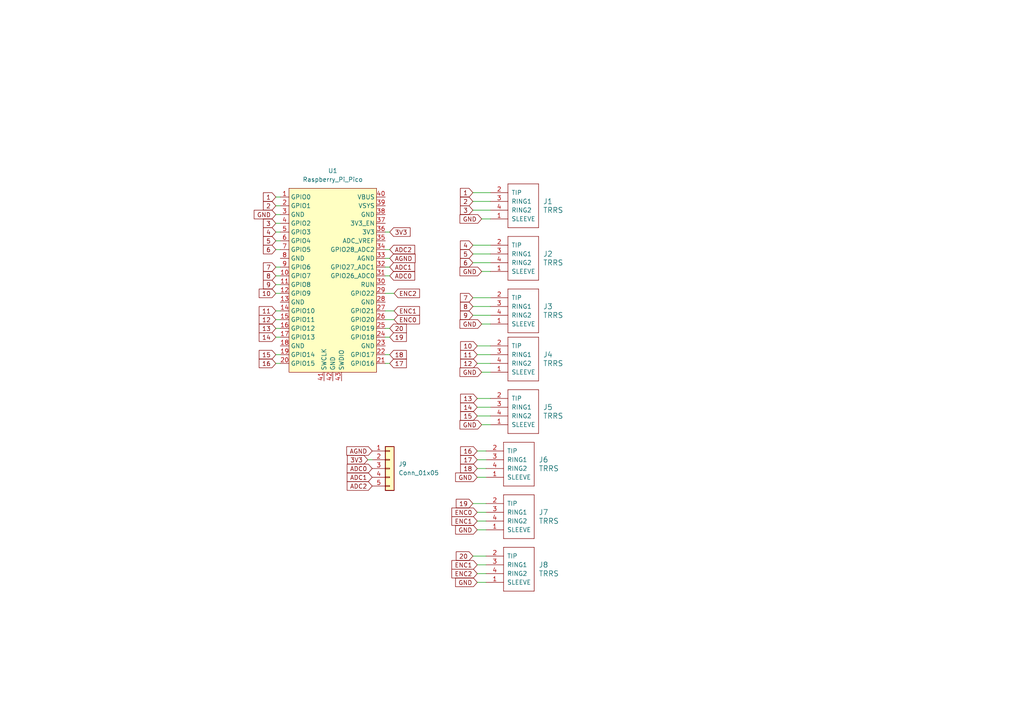
<source format=kicad_sch>
(kicad_sch (version 20231120) (generator "eeschema") (generator_version "8.0")
  (paper "A4")
  (lib_symbols
    (symbol "Connector_Generic:Conn_01x05" (pin_names (offset 1.016) hide)
      (property "Reference" "J" (at 0 7.62 0))
      (property "Value" "Conn_01x05" (at 0 -7.62 0))
      (symbol "Conn_01x05_1_1"
        (rectangle (start -1.27 -4.953) (end 0 -5.207) (stroke (width 0.1524)))
        (rectangle (start -1.27 -2.413) (end 0 -2.667) (stroke (width 0.1524)))
        (rectangle (start -1.27 0.127) (end 0 -0.127) (stroke (width 0.1524)))
        (rectangle (start -1.27 2.667) (end 0 2.413) (stroke (width 0.1524)))
        (rectangle (start -1.27 5.207) (end 0 4.953) (stroke (width 0.1524)))
        (rectangle (start -1.27 6.35) (end 1.27 -6.35) (stroke (width 0.254)) (fill (type background)))
        (pin passive line (at -5.08 5.08 0) (length 3.81) (name "Pin_1") (number "1"))
        (pin passive line (at -5.08 2.54 0) (length 3.81) (name "Pin_2") (number "2"))
        (pin passive line (at -5.08 0 0) (length 3.81) (name "Pin_3") (number "3"))
        (pin passive line (at -5.08 -2.54 0) (length 3.81) (name "Pin_4") (number "4"))
        (pin passive line (at -5.08 -5.08 0) (length 3.81) (name "Pin_5") (number "5"))
      )
    )
    (symbol "ScottoKeebs:MCU_Raspberry_Pi_Pico"
      (property "Reference" "U" (at 0 0 0))
      (property "Value" "Raspberry_Pi_Pico" (at 0 27.94 0))
      (symbol "MCU_Raspberry_Pi_Pico_0_1"
        (rectangle (start -12.7 26.67) (end 12.7 -26.67) (fill (type background)))
      )
      (symbol "MCU_Raspberry_Pi_Pico_1_1"
        (pin bidirectional line (at -15.24 24.13 0) (length 2.54) (name "GPIO0") (number "1"))
        (pin bidirectional line (at -15.24 1.27 0) (length 2.54) (name "GPIO7") (number "10"))
        (pin bidirectional line (at -15.24 -1.27 0) (length 2.54) (name "GPIO8") (number "11"))
        (pin bidirectional line (at -15.24 -3.81 0) (length 2.54) (name "GPIO9") (number "12"))
        (pin power_in line (at -15.24 -6.35 0) (length 2.54) (name "GND") (number "13"))
        (pin bidirectional line (at -15.24 -8.89 0) (length 2.54) (name "GPIO10") (number "14"))
        (pin bidirectional line (at -15.24 -11.43 0) (length 2.54) (name "GPIO11") (number "15"))
        (pin bidirectional line (at -15.24 -13.97 0) (length 2.54) (name "GPIO12") (number "16"))
        (pin bidirectional line (at -15.24 -16.51 0) (length 2.54) (name "GPIO13") (number "17"))
        (pin power_in line (at -15.24 -19.05 0) (length 2.54) (name "GND") (number "18"))
        (pin bidirectional line (at -15.24 -21.59 0) (length 2.54) (name "GPIO14") (number "19"))
        (pin bidirectional line (at -15.24 21.59 0) (length 2.54) (name "GPIO1") (number "2"))
        (pin bidirectional line (at -15.24 -24.13 0) (length 2.54) (name "GPIO15") (number "20"))
        (pin bidirectional line (at 15.24 -24.13 180) (length 2.54) (name "GPIO16") (number "21"))
        (pin bidirectional line (at 15.24 -21.59 180) (length 2.54) (name "GPIO17") (number "22"))
        (pin power_in line (at 15.24 -19.05 180) (length 2.54) (name "GND") (number "23"))
        (pin bidirectional line (at 15.24 -16.51 180) (length 2.54) (name "GPIO18") (number "24"))
        (pin bidirectional line (at 15.24 -13.97 180) (length 2.54) (name "GPIO19") (number "25"))
        (pin bidirectional line (at 15.24 -11.43 180) (length 2.54) (name "GPIO20") (number "26"))
        (pin bidirectional line (at 15.24 -8.89 180) (length 2.54) (name "GPIO21") (number "27"))
        (pin power_in line (at 15.24 -6.35 180) (length 2.54) (name "GND") (number "28"))
        (pin bidirectional line (at 15.24 -3.81 180) (length 2.54) (name "GPIO22") (number "29"))
        (pin power_in line (at -15.24 19.05 0) (length 2.54) (name "GND") (number "3"))
        (pin input line (at 15.24 -1.27 180) (length 2.54) (name "RUN") (number "30"))
        (pin bidirectional line (at 15.24 1.27 180) (length 2.54) (name "GPIO26_ADC0") (number "31"))
        (pin bidirectional line (at 15.24 3.81 180) (length 2.54) (name "GPIO27_ADC1") (number "32"))
        (pin power_in line (at 15.24 6.35 180) (length 2.54) (name "AGND") (number "33"))
        (pin bidirectional line (at 15.24 8.89 180) (length 2.54) (name "GPIO28_ADC2") (number "34"))
        (pin power_in line (at 15.24 11.43 180) (length 2.54) (name "ADC_VREF") (number "35"))
        (pin power_in line (at 15.24 13.97 180) (length 2.54) (name "3V3") (number "36"))
        (pin input line (at 15.24 16.51 180) (length 2.54) (name "3V3_EN") (number "37"))
        (pin bidirectional line (at 15.24 19.05 180) (length 2.54) (name "GND") (number "38"))
        (pin power_in line (at 15.24 21.59 180) (length 2.54) (name "VSYS") (number "39"))
        (pin bidirectional line (at -15.24 16.51 0) (length 2.54) (name "GPIO2") (number "4"))
        (pin power_in line (at 15.24 24.13 180) (length 2.54) (name "VBUS") (number "40"))
        (pin input line (at -2.54 -29.21 90) (length 2.54) (name "SWCLK") (number "41"))
        (pin power_in line (at 0 -29.21 90) (length 2.54) (name "GND") (number "42"))
        (pin bidirectional line (at 2.54 -29.21 90) (length 2.54) (name "SWDIO") (number "43"))
        (pin bidirectional line (at -15.24 13.97 0) (length 2.54) (name "GPIO3") (number "5"))
        (pin bidirectional line (at -15.24 11.43 0) (length 2.54) (name "GPIO4") (number "6"))
        (pin bidirectional line (at -15.24 8.89 0) (length 2.54) (name "GPIO5") (number "7"))
        (pin power_in line (at -15.24 6.35 0) (length 2.54) (name "GND") (number "8"))
        (pin bidirectional line (at -15.24 3.81 0) (length 2.54) (name "GPIO6") (number "9"))
      )
    )
    (symbol "ScottoKeebs:Placeholder_TRRS" (pin_names (offset 1.016))
      (property "Reference" "U" (at 0 15.24 0))
      (property "Value" "TRRS" (at 0 -2.54 0))
      (symbol "Placeholder_TRRS_0_1"
        (rectangle (start -3.81 0) (end -3.81 12.7))
        (rectangle (start -3.81 0) (end 5.08 0))
        (rectangle (start -3.81 12.7) (end 5.08 12.7))
        (rectangle (start 5.08 12.7) (end 5.08 0))
      )
      (symbol "Placeholder_TRRS_1_1"
        (pin input line (at -8.89 2.54 0) (length 5.08) (name "SLEEVE") (number "1"))
        (pin input line (at -8.89 10.16 0) (length 5.08) (name "TIP") (number "2"))
        (pin input line (at -8.89 7.62 0) (length 5.08) (name "RING1") (number "3"))
        (pin input line (at -8.89 5.08 0) (length 5.08) (name "RING2") (number "4"))
      )
    )
  )
  (wire (pts (xy 114.3 90.17) (xy 111.76 90.17)))
  (wire (pts (xy 138.43 102.87) (xy 142.24 102.87)))
  (wire (pts (xy 137.16 91.44) (xy 142.24 91.44)))
  (wire (pts (xy 138.43 168.91) (xy 140.97 168.91)))
  (wire (pts (xy 139.7 78.74) (xy 142.24 78.74)))
  (wire (pts (xy 137.16 58.42) (xy 142.24 58.42)))
  (wire (pts (xy 113.03 77.47) (xy 111.76 77.47)))
  (wire (pts (xy 113.03 105.41) (xy 111.76 105.41)))
  (wire (pts (xy 113.03 97.79) (xy 111.76 97.79)))
  (wire (pts (xy 137.16 161.29) (xy 140.97 161.29)))
  (wire (pts (xy 106.68 133.35) (xy 107.95 133.35)))
  (wire (pts (xy 138.43 105.41) (xy 142.24 105.41)))
  (wire (pts (xy 80.01 57.15) (xy 81.28 57.15)))
  (wire (pts (xy 113.03 95.25) (xy 111.76 95.25)))
  (wire (pts (xy 137.16 76.2) (xy 142.24 76.2)))
  (wire (pts (xy 80.01 62.23) (xy 81.28 62.23)))
  (wire (pts (xy 138.43 163.83) (xy 140.97 163.83)))
  (wire (pts (xy 80.01 67.31) (xy 81.28 67.31)))
  (wire (pts (xy 80.01 95.25) (xy 81.28 95.25)))
  (wire (pts (xy 137.16 88.9) (xy 142.24 88.9)))
  (wire (pts (xy 137.16 71.12) (xy 142.24 71.12)))
  (wire (pts (xy 80.01 105.41) (xy 81.28 105.41)))
  (wire (pts (xy 138.43 133.35) (xy 140.97 133.35)))
  (wire (pts (xy 138.43 166.37) (xy 140.97 166.37)))
  (wire (pts (xy 113.03 72.39) (xy 111.76 72.39)))
  (wire (pts (xy 80.01 82.55) (xy 81.28 82.55)))
  (wire (pts (xy 138.43 115.57) (xy 142.24 115.57)))
  (wire (pts (xy 138.43 153.67) (xy 140.97 153.67)))
  (wire (pts (xy 138.43 118.11) (xy 142.24 118.11)))
  (wire (pts (xy 80.01 92.71) (xy 81.28 92.71)))
  (wire (pts (xy 138.43 100.33) (xy 142.24 100.33)))
  (wire (pts (xy 113.03 67.31) (xy 111.76 67.31)))
  (wire (pts (xy 114.3 92.71) (xy 111.76 92.71)))
  (wire (pts (xy 113.03 80.01) (xy 111.76 80.01)))
  (wire (pts (xy 138.43 148.59) (xy 140.97 148.59)))
  (wire (pts (xy 80.01 90.17) (xy 81.28 90.17)))
  (wire (pts (xy 138.43 130.81) (xy 140.97 130.81)))
  (wire (pts (xy 80.01 72.39) (xy 81.28 72.39)))
  (wire (pts (xy 137.16 86.36) (xy 142.24 86.36)))
  (wire (pts (xy 80.01 97.79) (xy 81.28 97.79)))
  (wire (pts (xy 139.7 107.95) (xy 142.24 107.95)))
  (wire (pts (xy 138.43 120.65) (xy 142.24 120.65)))
  (wire (pts (xy 138.43 151.13) (xy 140.97 151.13)))
  (wire (pts (xy 113.03 74.93) (xy 111.76 74.93)))
  (wire (pts (xy 80.01 102.87) (xy 81.28 102.87)))
  (wire (pts (xy 138.43 138.43) (xy 140.97 138.43)))
  (wire (pts (xy 137.16 73.66) (xy 142.24 73.66)))
  (wire (pts (xy 80.01 77.47) (xy 81.28 77.47)))
  (wire (pts (xy 138.43 135.89) (xy 140.97 135.89)))
  (wire (pts (xy 137.16 60.96) (xy 142.24 60.96)))
  (wire (pts (xy 80.01 69.85) (xy 81.28 69.85)))
  (wire (pts (xy 114.3 85.09) (xy 111.76 85.09)))
  (wire (pts (xy 137.16 146.05) (xy 140.97 146.05)))
  (wire (pts (xy 139.7 123.19) (xy 142.24 123.19)))
  (wire (pts (xy 139.7 63.5) (xy 142.24 63.5)))
  (wire (pts (xy 137.16 55.88) (xy 142.24 55.88)))
  (wire (pts (xy 80.01 80.01) (xy 81.28 80.01)))
  (wire (pts (xy 80.01 85.09) (xy 81.28 85.09)))
  (wire (pts (xy 113.03 102.87) (xy 111.76 102.87)))
  (wire (pts (xy 139.7 93.98) (xy 142.24 93.98)))
  (wire (pts (xy 80.01 64.77) (xy 81.28 64.77)))
  (wire (pts (xy 80.01 59.69) (xy 81.28 59.69)))
  (global_label "ENC1" (shape input) (at 114.3 90.17 0) (property "Intersheetrefs" "${INTERSHEET_REFS}" (effects (hide yes))))
  (global_label "4" (shape input) (at 80.01 67.31 180) (property "Intersheetrefs" "${INTERSHEET_REFS}" (effects (hide yes))))
  (global_label "15" (shape input) (at 138.43 120.65 180) (property "Intersheetrefs" "${INTERSHEET_REFS}" (effects (hide yes))))
  (global_label "AGND" (shape input) (at 107.95 130.81 180) (property "Intersheetrefs" "${INTERSHEET_REFS}" (effects (hide yes))))
  (global_label "19" (shape input) (at 113.03 97.79 0) (property "Intersheetrefs" "${INTERSHEET_REFS}" (effects (hide yes))))
  (global_label "ENC2" (shape input) (at 114.3 85.09 0) (property "Intersheetrefs" "${INTERSHEET_REFS}" (effects (hide yes))))
  (global_label "ADC1" (shape input) (at 107.95 138.43 180) (property "Intersheetrefs" "${INTERSHEET_REFS}" (effects (hide yes))))
  (global_label "19" (shape input) (at 137.16 146.05 180) (property "Intersheetrefs" "${INTERSHEET_REFS}" (effects (hide yes))))
  (global_label "6" (shape input) (at 137.16 76.2 180) (property "Intersheetrefs" "${INTERSHEET_REFS}" (effects (hide yes))))
  (global_label "3" (shape input) (at 80.01 64.77 180) (property "Intersheetrefs" "${INTERSHEET_REFS}" (effects (hide yes))))
  (global_label "GND" (shape input) (at 138.43 153.67 180) (property "Intersheetrefs" "${INTERSHEET_REFS}" (effects (hide yes))))
  (global_label "18" (shape input) (at 138.43 135.89 180) (property "Intersheetrefs" "${INTERSHEET_REFS}" (effects (hide yes))))
  (global_label "7" (shape input) (at 80.01 77.47 180) (property "Intersheetrefs" "${INTERSHEET_REFS}" (effects (hide yes))))
  (global_label "2" (shape input) (at 80.01 59.69 180) (property "Intersheetrefs" "${INTERSHEET_REFS}" (effects (hide yes))))
  (global_label "GND" (shape input) (at 139.7 123.19 180) (property "Intersheetrefs" "${INTERSHEET_REFS}" (effects (hide yes))))
  (global_label "10" (shape input) (at 80.01 85.09 180) (property "Intersheetrefs" "${INTERSHEET_REFS}" (effects (hide yes))))
  (global_label "11" (shape input) (at 80.01 90.17 180) (property "Intersheetrefs" "${INTERSHEET_REFS}" (effects (hide yes))))
  (global_label "9" (shape input) (at 137.16 91.44 180) (property "Intersheetrefs" "${INTERSHEET_REFS}" (effects (hide yes))))
  (global_label "GND" (shape input) (at 138.43 168.91 180) (property "Intersheetrefs" "${INTERSHEET_REFS}" (effects (hide yes))))
  (global_label "AGND" (shape input) (at 113.03 74.93 0) (property "Intersheetrefs" "${INTERSHEET_REFS}" (effects (hide yes))))
  (global_label "15" (shape input) (at 80.01 102.87 180) (property "Intersheetrefs" "${INTERSHEET_REFS}" (effects (hide yes))))
  (global_label "GND" (shape input) (at 138.43 138.43 180) (property "Intersheetrefs" "${INTERSHEET_REFS}" (effects (hide yes))))
  (global_label "5" (shape input) (at 137.16 73.66 180) (property "Intersheetrefs" "${INTERSHEET_REFS}" (effects (hide yes))))
  (global_label "5" (shape input) (at 80.01 69.85 180) (property "Intersheetrefs" "${INTERSHEET_REFS}" (effects (hide yes))))
  (global_label "ADC2" (shape input) (at 107.95 140.97 180) (property "Intersheetrefs" "${INTERSHEET_REFS}" (effects (hide yes))))
  (global_label "ENC0" (shape input) (at 114.3 92.71 0) (property "Intersheetrefs" "${INTERSHEET_REFS}" (effects (hide yes))))
  (global_label "20" (shape input) (at 137.16 161.29 180) (property "Intersheetrefs" "${INTERSHEET_REFS}" (effects (hide yes))))
  (global_label "9" (shape input) (at 80.01 82.55 180) (property "Intersheetrefs" "${INTERSHEET_REFS}" (effects (hide yes))))
  (global_label "13" (shape input) (at 138.43 115.57 180) (property "Intersheetrefs" "${INTERSHEET_REFS}" (effects (hide yes))))
  (global_label "12" (shape input) (at 138.43 105.41 180) (property "Intersheetrefs" "${INTERSHEET_REFS}" (effects (hide yes))))
  (global_label "GND" (shape input) (at 139.7 107.95 180) (property "Intersheetrefs" "${INTERSHEET_REFS}" (effects (hide yes))))
  (global_label "7" (shape input) (at 137.16 86.36 180) (property "Intersheetrefs" "${INTERSHEET_REFS}" (effects (hide yes))))
  (global_label "ENC1" (shape input) (at 138.43 163.83 180) (property "Intersheetrefs" "${INTERSHEET_REFS}" (effects (hide yes))))
  (global_label "2" (shape input) (at 137.16 58.42 180) (property "Intersheetrefs" "${INTERSHEET_REFS}" (effects (hide yes))))
  (global_label "8" (shape input) (at 137.16 88.9 180) (property "Intersheetrefs" "${INTERSHEET_REFS}" (effects (hide yes))))
  (global_label "6" (shape input) (at 80.01 72.39 180) (property "Intersheetrefs" "${INTERSHEET_REFS}" (effects (hide yes))))
  (global_label "ADC0" (shape input) (at 107.95 135.89 180) (property "Intersheetrefs" "${INTERSHEET_REFS}" (effects (hide yes))))
  (global_label "ADC1" (shape input) (at 113.03 77.47 0) (property "Intersheetrefs" "${INTERSHEET_REFS}" (effects (hide yes))))
  (global_label "16" (shape input) (at 80.01 105.41 180) (property "Intersheetrefs" "${INTERSHEET_REFS}" (effects (hide yes))))
  (global_label "ENC2" (shape input) (at 138.43 166.37 180) (property "Intersheetrefs" "${INTERSHEET_REFS}" (effects (hide yes))))
  (global_label "1" (shape input) (at 137.16 55.88 180) (property "Intersheetrefs" "${INTERSHEET_REFS}" (effects (hide yes))))
  (global_label "11" (shape input) (at 138.43 102.87 180) (property "Intersheetrefs" "${INTERSHEET_REFS}" (effects (hide yes))))
  (global_label "GND" (shape input) (at 139.7 78.74 180) (property "Intersheetrefs" "${INTERSHEET_REFS}" (effects (hide yes))))
  (global_label "GND" (shape input) (at 80.01 62.23 180) (property "Intersheetrefs" "${INTERSHEET_REFS}" (effects (hide yes))))
  (global_label "4" (shape input) (at 137.16 71.12 180) (property "Intersheetrefs" "${INTERSHEET_REFS}" (effects (hide yes))))
  (global_label "3V3" (shape input) (at 106.68 133.35 180) (property "Intersheetrefs" "${INTERSHEET_REFS}" (effects (hide yes))))
  (global_label "1" (shape input) (at 80.01 57.15 180) (property "Intersheetrefs" "${INTERSHEET_REFS}" (effects (hide yes))))
  (global_label "12" (shape input) (at 80.01 92.71 180) (property "Intersheetrefs" "${INTERSHEET_REFS}" (effects (hide yes))))
  (global_label "14" (shape input) (at 80.01 97.79 180) (property "Intersheetrefs" "${INTERSHEET_REFS}" (effects (hide yes))))
  (global_label "GND" (shape input) (at 139.7 63.5 180) (property "Intersheetrefs" "${INTERSHEET_REFS}" (effects (hide yes))))
  (global_label "ENC1" (shape input) (at 138.43 151.13 180) (property "Intersheetrefs" "${INTERSHEET_REFS}" (effects (hide yes))))
  (global_label "16" (shape input) (at 138.43 130.81 180) (property "Intersheetrefs" "${INTERSHEET_REFS}" (effects (hide yes))))
  (global_label "18" (shape input) (at 113.03 102.87 0) (property "Intersheetrefs" "${INTERSHEET_REFS}" (effects (hide yes))))
  (global_label "ADC0" (shape input) (at 113.03 80.01 0) (property "Intersheetrefs" "${INTERSHEET_REFS}" (effects (hide yes))))
  (global_label "17" (shape input) (at 138.43 133.35 180) (property "Intersheetrefs" "${INTERSHEET_REFS}" (effects (hide yes))))
  (global_label "3V3" (shape input) (at 113.03 67.31 0) (property "Intersheetrefs" "${INTERSHEET_REFS}" (effects (hide yes))))
  (global_label "10" (shape input) (at 138.43 100.33 180) (property "Intersheetrefs" "${INTERSHEET_REFS}" (effects (hide yes))))
  (global_label "17" (shape input) (at 113.03 105.41 0) (property "Intersheetrefs" "${INTERSHEET_REFS}" (effects (hide yes))))
  (global_label "14" (shape input) (at 138.43 118.11 180) (property "Intersheetrefs" "${INTERSHEET_REFS}" (effects (hide yes))))
  (global_label "3" (shape input) (at 137.16 60.96 180) (property "Intersheetrefs" "${INTERSHEET_REFS}" (effects (hide yes))))
  (global_label "ADC2" (shape input) (at 113.03 72.39 0) (property "Intersheetrefs" "${INTERSHEET_REFS}" (effects (hide yes))))
  (global_label "8" (shape input) (at 80.01 80.01 180) (property "Intersheetrefs" "${INTERSHEET_REFS}" (effects (hide yes))))
  (global_label "ENC0" (shape input) (at 138.43 148.59 180) (property "Intersheetrefs" "${INTERSHEET_REFS}" (effects (hide yes))))
  (global_label "20" (shape input) (at 113.03 95.25 0) (property "Intersheetrefs" "${INTERSHEET_REFS}" (effects (hide yes))))
  (global_label "GND" (shape input) (at 139.7 93.98 180) (property "Intersheetrefs" "${INTERSHEET_REFS}" (effects (hide yes))))
  (global_label "13" (shape input) (at 80.01 95.25 180) (property "Intersheetrefs" "${INTERSHEET_REFS}" (effects (hide yes))))
  (symbol (lib_id "ScottoKeebs:Placeholder_TRRS") (at 149.86 140.97 0) (unit 1)
    (property "Reference" "J6" (at 156.21 133.3499 0) (effects (font (size 1.524 1.524)) (justify left)))
    (property "Value" "TRRS" (at 156.21 135.8899 0) (effects (font (size 1.524 1.524)) (justify left)))
    (property "Footprint" "ScottoKeebs_Components:TRRS_PJ-320A" (effects (hide yes)))
  )
  (symbol (lib_id "ScottoKeebs:Placeholder_TRRS") (at 151.13 96.52 0) (unit 1)
    (property "Reference" "J3" (at 157.48 88.8999 0) (effects (font (size 1.524 1.524)) (justify left)))
    (property "Value" "TRRS" (at 157.48 91.4399 0) (effects (font (size 1.524 1.524)) (justify left)))
    (property "Footprint" "ScottoKeebs_Components:TRRS_PJ-320A" (effects (hide yes)))
  )
  (symbol (lib_id "ScottoKeebs:Placeholder_TRRS") (at 151.13 110.49 0) (unit 1)
    (property "Reference" "J4" (at 157.48 102.8699 0) (effects (font (size 1.524 1.524)) (justify left)))
    (property "Value" "TRRS" (at 157.48 105.4099 0) (effects (font (size 1.524 1.524)) (justify left)))
    (property "Footprint" "ScottoKeebs_Components:TRRS_PJ-320A" (effects (hide yes)))
  )
  (symbol (lib_id "ScottoKeebs:Placeholder_TRRS") (at 149.86 156.21 0) (unit 1)
    (property "Reference" "J7" (at 156.21 148.5899 0) (effects (font (size 1.524 1.524)) (justify left)))
    (property "Value" "TRRS" (at 156.21 151.1299 0) (effects (font (size 1.524 1.524)) (justify left)))
    (property "Footprint" "ScottoKeebs_Components:TRRS_PJ-320A" (effects (hide yes)))
  )
  (symbol (lib_id "ScottoKeebs:MCU_Raspberry_Pi_Pico") (at 96.52 81.28 0) (unit 1)
    (property "Reference" "U1" (at 96.52 49.53 0))
    (property "Value" "Raspberry_Pi_Pico" (at 96.52 52.07 0))
    (property "Footprint" "ScottoKeebs_MCU:Raspberry_Pi_Pico" (effects (hide yes)))
  )
  (symbol (lib_id "ScottoKeebs:Placeholder_TRRS") (at 151.13 81.28 0) (unit 1)
    (property "Reference" "J2" (at 157.48 73.6599 0) (effects (font (size 1.524 1.524)) (justify left)))
    (property "Value" "TRRS" (at 157.48 76.1999 0) (effects (font (size 1.524 1.524)) (justify left)))
    (property "Footprint" "ScottoKeebs_Components:TRRS_PJ-320A" (effects (hide yes)))
  )
  (symbol (lib_id "ScottoKeebs:Placeholder_TRRS") (at 151.13 66.04 0) (unit 1)
    (property "Reference" "J1" (at 157.48 58.4199 0) (effects (font (size 1.524 1.524)) (justify left)))
    (property "Value" "TRRS" (at 157.48 60.9599 0) (effects (font (size 1.524 1.524)) (justify left)))
    (property "Footprint" "ScottoKeebs_Components:TRRS_PJ-320A" (effects (hide yes)))
  )
  (symbol (lib_id "ScottoKeebs:Placeholder_TRRS") (at 151.13 125.73 0) (unit 1)
    (property "Reference" "J5" (at 157.48 118.1099 0) (effects (font (size 1.524 1.524)) (justify left)))
    (property "Value" "TRRS" (at 157.48 120.6499 0) (effects (font (size 1.524 1.524)) (justify left)))
    (property "Footprint" "ScottoKeebs_Components:TRRS_PJ-320A" (effects (hide yes)))
  )
  (symbol (lib_id "Connector_Generic:Conn_01x05") (at 113.03 135.89 0) (unit 1)
    (property "Reference" "J9" (at 115.57 134.6199 0) (effects (justify left)))
    (property "Value" "Conn_01x05" (at 115.57 137.1599 0) (effects (justify left)))
    (property "Footprint" "Connector_JST:JST_XH_B5B-XH-A_1x05_P2.50mm_Vertical" (effects (hide yes)))
    (property "Description" "Generic connector, single row, 01x05, script generated (kicad-library-utils/schlib/autogen/connector/)" (effects (hide yes)))
  )
  (symbol (lib_id "ScottoKeebs:Placeholder_TRRS") (at 149.86 171.45 0) (unit 1)
    (property "Reference" "J8" (at 156.21 163.8299 0) (effects (font (size 1.524 1.524)) (justify left)))
    (property "Value" "TRRS" (at 156.21 166.3699 0) (effects (font (size 1.524 1.524)) (justify left)))
    (property "Footprint" "ScottoKeebs_Components:TRRS_PJ-320A" (effects (hide yes)))
  )
)
</source>
